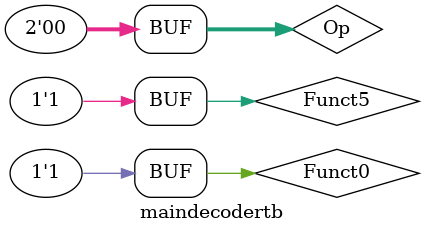
<source format=sv>
module maindecodertb();

logic[1:0] Op;
logic Funct5, Funct0;
logic Branch, RegW, MemW, MemtoReg, ALUSrc, ALUOp;
logic [1:0] ImmSrc, RegSrc;


Main_Decoder DUT(Op,Funct5, Funct0, Branch, RegW, MemW, MemtoReg, ALUSrc, ALUOp, ImmSrc, RegSrc);


initial begin
Op = 2'b00;
Funct5 = 1'b0;
Funct0 = 1'b0;
#10;
Op = 2'b00;
Funct5 = 1'b1;
Funct0 = 1'b1;
#10;
end

endmodule 
</source>
